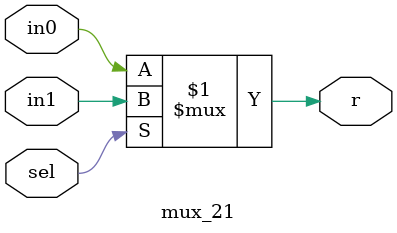
<source format=v>
`timescale 1ns / 1ps


module mux_21(
    input in0,
    input in1,
    input sel,
    output r
    );
    
assign r=(sel) ? in1 : in0;

endmodule

</source>
